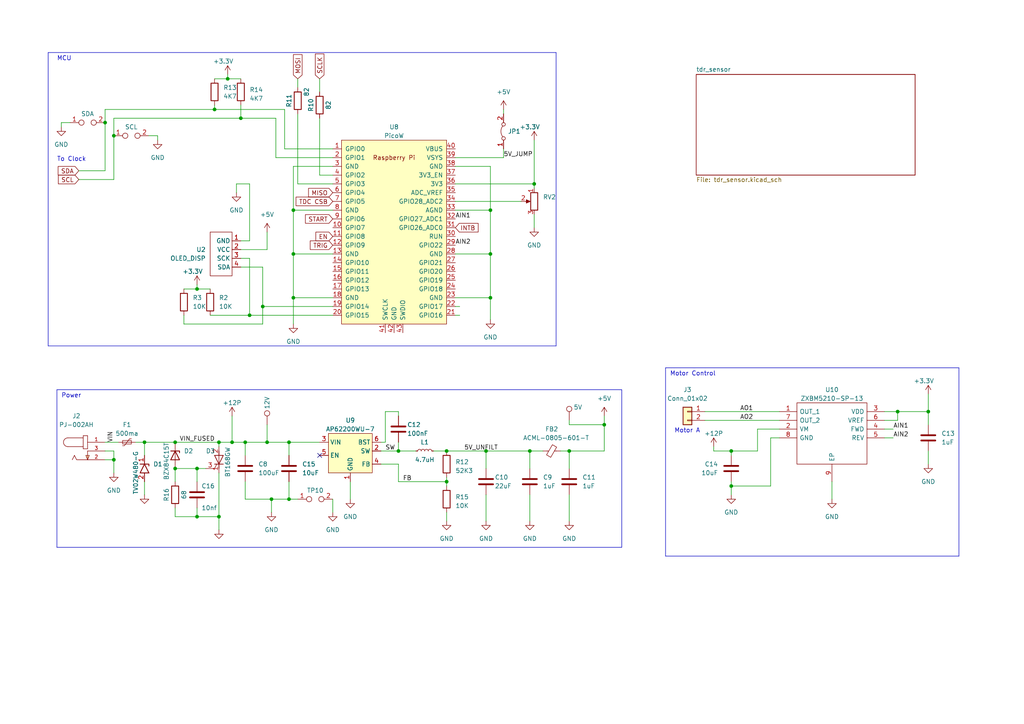
<source format=kicad_sch>
(kicad_sch (version 20230121) (generator eeschema)
  (paper "A4")
  (lib_symbols
    (symbol "Connector:TestPoint" (pin_numbers hide) (pin_names (offset 0.762) hide)
      (property "Reference" "TP" (at 0 6.858 0))
      (property "Value" "TestPoint" (at 0 5.08 0))
      (symbol "TestPoint_0_1"
        (circle (center 0 3.302) (radius 0.762))
      )
      (symbol "TestPoint_1_1"
        (pin passive line (at 0 0 90) (length 2.54) (name "1") (number "1"))
      )
    )
    (symbol "Connector:TestPoint_2Pole" (pin_names (offset 0.762) hide)
      (property "Reference" "TP" (at 0 1.524 0))
      (property "Value" "TestPoint_2Pole" (at 0 -1.778 0))
      (symbol "TestPoint_2Pole_0_1"
        (circle (center -1.778 0) (radius 0.762))
        (circle (center 1.778 0) (radius 0.762))
        (pin passive line (at -5.08 0 0) (length 2.54) (name "1") (number "1"))
        (pin passive line (at 5.08 0 180) (length 2.54) (name "2") (number "2"))
      )
    )
    (symbol "Connector_Generic:Conn_01x02" (pin_names (offset 1.016) hide)
      (property "Reference" "J" (at 0 2.54 0))
      (property "Value" "Conn_01x02" (at 0 -5.08 0))
      (symbol "Conn_01x02_1_1"
        (rectangle (start -1.27 -2.413) (end 0 -2.667) (stroke (width 0.1524)))
        (rectangle (start -1.27 0.127) (end 0 -0.127) (stroke (width 0.1524)))
        (rectangle (start -1.27 1.27) (end 1.27 -3.81) (stroke (width 0.254)) (fill (type background)))
        (pin passive line (at -5.08 0 0) (length 3.81) (name "Pin_1") (number "1"))
        (pin passive line (at -5.08 -2.54 0) (length 3.81) (name "Pin_2") (number "2"))
      )
    )
    (symbol "Device:C" (pin_numbers hide) (pin_names (offset 0.254))
      (property "Reference" "C" (at 0.635 2.54 0))
      (property "Value" "C" (at 0.635 -2.54 0))
      (symbol "C_0_1"
        (polyline (pts (xy -2.032 -0.762) (xy 2.032 -0.762)) (stroke (width 0.508)))
        (polyline (pts (xy -2.032 0.762) (xy 2.032 0.762)) (stroke (width 0.508)))
      )
      (symbol "C_1_1"
        (pin passive line (at 0 3.81 270) (length 2.794) (name "~") (number "1"))
        (pin passive line (at 0 -3.81 90) (length 2.794) (name "~") (number "2"))
      )
    )
    (symbol "Device:FerriteBead_Small" (pin_numbers hide) (pin_names (offset 0))
      (property "Reference" "FB" (at 1.905 1.27 0))
      (property "Value" "FerriteBead_Small" (at 1.905 -1.27 0))
      (symbol "FerriteBead_Small_0_1"
        (polyline (pts (xy 0 -1.27) (xy 0 -0.7874)))
        (polyline (pts (xy 0 0.889) (xy 0 1.2954)))
        (polyline (pts (xy -1.8288 0.2794) (xy -1.1176 1.4986) (xy 1.8288 -0.2032) (xy 1.1176 -1.4224) (xy -1.8288 0.2794)))
      )
      (symbol "FerriteBead_Small_1_1"
        (pin passive line (at 0 2.54 270) (length 1.27) (name "~") (number "1"))
        (pin passive line (at 0 -2.54 90) (length 1.27) (name "~") (number "2"))
      )
    )
    (symbol "Device:L_Small" (pin_numbers hide) (pin_names (offset 0.254) hide)
      (property "Reference" "L" (at 0.762 1.016 0))
      (property "Value" "L_Small" (at 0.762 -1.016 0))
      (symbol "L_Small_0_1"
        (arc (start 0 -2.032) (mid 0.5058 -1.524) (end 0 -1.016))
        (arc (start 0 -1.016) (mid 0.5058 -0.508) (end 0 0))
        (arc (start 0 0) (mid 0.5058 0.508) (end 0 1.016))
        (arc (start 0 1.016) (mid 0.5058 1.524) (end 0 2.032))
      )
      (symbol "L_Small_1_1"
        (pin passive line (at 0 2.54 270) (length 0.508) (name "~") (number "1"))
        (pin passive line (at 0 -2.54 90) (length 0.508) (name "~") (number "2"))
      )
    )
    (symbol "Device:Polyfuse_Small" (pin_numbers hide) (pin_names (offset 0))
      (property "Reference" "F" (at -1.905 0 90))
      (property "Value" "Polyfuse_Small" (at 1.905 0 90))
      (symbol "Polyfuse_Small_0_1"
        (rectangle (start -0.508 1.27) (end 0.508 -1.27))
        (polyline (pts (xy 0 2.54) (xy 0 -2.54)))
        (polyline (pts (xy -1.016 1.27) (xy -1.016 0.762) (xy 1.016 -0.762) (xy 1.016 -1.27)))
      )
      (symbol "Polyfuse_Small_1_1"
        (pin passive line (at 0 2.54 270) (length 0.635) (name "~") (number "1"))
        (pin passive line (at 0 -2.54 90) (length 0.635) (name "~") (number "2"))
      )
    )
    (symbol "Device:R" (pin_numbers hide) (pin_names (offset 0))
      (property "Reference" "R" (at 2.032 0 90))
      (property "Value" "R" (at 0 0 90))
      (symbol "R_0_1"
        (rectangle (start -1.016 -2.54) (end 1.016 2.54) (stroke (width 0.254)))
      )
      (symbol "R_1_1"
        (pin passive line (at 0 3.81 270) (length 1.27) (name "~") (number "1"))
        (pin passive line (at 0 -3.81 90) (length 1.27) (name "~") (number "2"))
      )
    )
    (symbol "Device:R_Potentiometer" (pin_names (offset 1.016) hide)
      (property "Reference" "RV" (at -4.445 0 90))
      (property "Value" "R_Potentiometer" (at -2.54 0 90))
      (symbol "R_Potentiometer_0_1"
        (polyline (pts (xy 2.54 0) (xy 1.524 0)))
        (polyline (pts (xy 1.143 0) (xy 2.286 0.508) (xy 2.286 -0.508) (xy 1.143 0)) (fill (type outline)))
        (rectangle (start 1.016 2.54) (end -1.016 -2.54) (stroke (width 0.254)))
      )
      (symbol "R_Potentiometer_1_1"
        (pin passive line (at 0 3.81 270) (length 1.27) (name "1") (number "1"))
        (pin passive line (at 3.81 0 180) (length 1.27) (name "2") (number "2"))
        (pin passive line (at 0 -3.81 90) (length 1.27) (name "3") (number "3"))
      )
    )
    (symbol "Diode:BZX84Cxx" (pin_numbers hide) (pin_names hide)
      (property "Reference" "D" (at 0 3.81 0))
      (property "Value" "BZX84Cxx" (at 0 -3.81 0))
      (symbol "BZX84Cxx_0_1"
        (polyline (pts (xy 1.27 0) (xy -1.27 0)))
        (polyline (pts (xy -1.27 -1.27) (xy -1.27 1.27) (xy -0.762 1.27)) (stroke (width 0.254)))
        (polyline (pts (xy 1.27 -1.27) (xy 1.27 1.27) (xy -1.27 0) (xy 1.27 -1.27)) (stroke (width 0.254)))
      )
      (symbol "BZX84Cxx_1_1"
        (pin passive line (at 3.81 0 180) (length 2.54) (name "A") (number "1"))
        (pin no_connect line (at 1.27 0 180) (length 2.54) hide (name "NC") (number "2"))
        (pin passive line (at -3.81 0 0) (length 2.54) (name "K") (number "3"))
      )
    )
    (symbol "Jumper:Jumper_2_Bridged" (pin_names (offset 0) hide)
      (property "Reference" "JP" (at 0 1.905 0))
      (property "Value" "Jumper_2_Bridged" (at 0 -2.54 0))
      (symbol "Jumper_2_Bridged_0_0"
        (circle (center -2.032 0) (radius 0.508))
        (circle (center 2.032 0) (radius 0.508))
      )
      (symbol "Jumper_2_Bridged_0_1"
        (arc (start 1.524 0.254) (mid 0 0.762) (end -1.524 0.254))
      )
      (symbol "Jumper_2_Bridged_1_1"
        (pin passive line (at -5.08 0 0) (length 2.54) (name "A") (number "1"))
        (pin passive line (at 5.08 0 180) (length 2.54) (name "B") (number "2"))
      )
    )
    (symbol "MySymbols:AP62200WU-7"
      (property "Reference" "U" (at 6.35 2.54 0))
      (property "Value" "AP62200WU-7" (at 6.35 0 0))
      (symbol "AP62200WU-7_0_1"
        (rectangle (start 0 -1.27) (end 12.7 -12.7) (fill (type background)))
      )
      (symbol "AP62200WU-7_1_1"
        (pin passive line (at 6.35 -15.24 90) (length 2.54) (name "GND") (number "1"))
        (pin passive line (at 15.24 -6.35 180) (length 2.54) (name "SW") (number "2"))
        (pin power_in line (at -2.54 -3.81 0) (length 2.54) (name "VIN") (number "3"))
        (pin passive line (at 15.24 -10.16 180) (length 2.54) (name "FB") (number "4"))
        (pin input line (at -2.54 -7.62 0) (length 2.54) (name "EN") (number "5"))
        (pin passive line (at 15.24 -3.81 180) (length 2.54) (name "BST") (number "6"))
      )
    )
    (symbol "MySymbols:BT168GW" (pin_names (offset 0) hide)
      (property "Reference" "D2" (at -3.81 2.54 0))
      (property "Value" "BT168GW" (at 2.54 -3.81 90))
      (symbol "BT168GW_0_1"
        (polyline (pts (xy -1.27 -2.54) (xy -0.635 -1.27)))
        (polyline (pts (xy -1.27 -1.27) (xy 1.27 -1.27)) (stroke (width 0.2032)))
        (polyline (pts (xy 0 -2.54) (xy 0 2.54)))
        (polyline (pts (xy -1.27 1.27) (xy 1.27 1.27) (xy 0 -1.27) (xy -1.27 1.27)) (stroke (width 0.2032)))
      )
      (symbol "BT168GW_1_1"
        (pin passive line (at 0 -3.81 90) (length 2.54) (name "K") (number "1"))
        (pin passive line (at 0 3.81 270) (length 2.54) (name "A") (number "2"))
        (pin input line (at -3.81 -2.54 0) (length 2.54) (name "G") (number "3"))
      )
    )
    (symbol "MySymbols:OLED_DISP"
      (property "Reference" "U" (at 5.08 11.43 0))
      (property "Value" "OLED_DISP" (at 5.08 -3.81 0))
      (symbol "OLED_DISP_0_1"
        (rectangle (start 2.54 10.16) (end 8.89 -2.54))
      )
      (symbol "OLED_DISP_1_1"
        (pin power_in line (at 0 7.62 0) (length 2.54) (name "GND") (number "1"))
        (pin power_in line (at 0 5.08 0) (length 2.54) (name "VCC") (number "2"))
        (pin input line (at 0 2.54 0) (length 2.54) (name "SCK") (number "3"))
        (pin bidirectional line (at 0 0 0) (length 2.54) (name "SDA") (number "4"))
      )
    )
    (symbol "MySymbols:PJ-002AH" (pin_names (offset 1.016) hide)
      (property "Reference" "J" (at -7.62 5.08 0))
      (property "Value" "PJ-002AH" (at -7.62 -5.08 0))
      (symbol "PJ-002AH_0_0"
        (arc (start -5.715 3.81) (mid -6.9795 2.54) (end -5.715 1.27) (stroke (width 0.1524)))
        (polyline (pts (xy -5.715 3.81) (xy -1.27 3.81)) (stroke (width 0.1524)))
        (polyline (pts (xy -3.81 -1.27) (xy -4.445 -2.54)) (stroke (width 0.1524)))
        (polyline (pts (xy -3.175 -2.54) (xy -3.81 -1.27)) (stroke (width 0.1524)))
        (polyline (pts (xy -1.27 0.635) (xy 0 0.635)) (stroke (width 0.1524)))
        (polyline (pts (xy -1.27 1.27) (xy -5.715 1.27)) (stroke (width 0.1524)))
        (polyline (pts (xy -1.27 1.27) (xy -1.27 0.635)) (stroke (width 0.1524)))
        (polyline (pts (xy -1.27 3.81) (xy -1.27 1.27)) (stroke (width 0.1524)))
        (polyline (pts (xy -1.27 4.445) (xy -1.27 3.81)) (stroke (width 0.1524)))
        (polyline (pts (xy 0 -2.54) (xy -3.175 -2.54)) (stroke (width 0.1524)))
        (polyline (pts (xy 0 0) (xy 0 -2.54)) (stroke (width 0.1524)))
        (polyline (pts (xy 0 0.635) (xy 0 4.445)) (stroke (width 0.1524)))
        (polyline (pts (xy 0 4.445) (xy -1.27 4.445)) (stroke (width 0.1524)))
        (polyline (pts (xy 0 -2.54) (xy -0.508 -1.27) (xy 0.508 -1.27) (xy 0 -2.54)) (stroke (width 0.1524)) (fill (type background)))
        (pin passive line (at 5.08 2.54 180) (length 5.08) (name "~") (number "1"))
        (pin passive line (at 5.08 -2.54 180) (length 5.08) (name "~") (number "2"))
        (pin passive line (at 5.08 0 180) (length 5.08) (name "~") (number "3"))
      )
    )
    (symbol "MySymbols:TV02W480-G"
      (property "Reference" "D" (at 3.81 2.54 0))
      (property "Value" "TV02W480-G" (at 2.54 -2.54 0))
      (symbol "TV02W480-G_0_1"
        (polyline (pts (xy 3.048 1.27) (xy 2.54 1.27) (xy 2.54 -1.27)) (stroke (width 0.254)))
        (polyline (pts (xy 5.08 1.27) (xy 5.08 -1.27) (xy 2.54 0) (xy 5.08 1.27)) (stroke (width 0.254)))
      )
      (symbol "TV02W480-G_1_1"
        (pin passive line (at 0 0 0) (length 2.54) (name "") (number "1"))
        (pin passive line (at 7.62 0 180) (length 2.54) (name "") (number "2"))
      )
    )
    (symbol "MySymbols:ZXBM5210-SP-13" (pin_names (offset 0.762))
      (property "Reference" "U" (at 26.67 7.62 0))
      (property "Value" "ZXBM5210-SP-13" (at 26.67 5.08 0))
      (symbol "ZXBM5210-SP-13_0_0"
        (pin passive line (at 0 0 0) (length 5.08) (name "OUT_1") (number "1"))
        (pin passive line (at 0 -5.08 0) (length 5.08) (name "VM") (number "2"))
        (pin passive line (at 30.48 0 180) (length 5.08) (name "VDD") (number "3"))
        (pin passive line (at 30.48 -5.08 180) (length 5.08) (name "FWD") (number "4"))
        (pin passive line (at 30.48 -7.62 180) (length 5.08) (name "REV") (number "5"))
        (pin passive line (at 30.48 -2.54 180) (length 5.08) (name "VREF") (number "6"))
        (pin passive line (at 0 -2.54 0) (length 5.08) (name "OUT_2") (number "7"))
        (pin passive line (at 0 -7.62 0) (length 5.08) (name "GND") (number "8"))
        (pin passive line (at 15.24 -20.32 90) (length 5.08) (name "EP") (number "9"))
      )
      (symbol "ZXBM5210-SP-13_0_1"
        (polyline (pts (xy 5.08 2.54) (xy 25.4 2.54) (xy 25.4 -15.24) (xy 5.08 -15.24) (xy 5.08 2.54)) (stroke (width 0.1524)))
      )
    )
    (symbol "RPi_Pico:PicoW" (pin_names (offset 1.016))
      (property "Reference" "U" (at -13.97 27.94 0))
      (property "Value" "PicoW" (at 0 19.05 0))
      (symbol "PicoW_0_0"
        (text "Raspberry Pi" (at 0 21.59 0) (effects (font (size 1.27 1.27))))
      )
      (symbol "PicoW_0_1"
        (rectangle (start -15.24 26.67) (end 15.24 -26.67) (fill (type background)))
      )
      (symbol "PicoW_1_1"
        (pin bidirectional line (at -17.78 24.13 0) (length 2.54) (name "GPIO0") (number "1"))
        (pin bidirectional line (at -17.78 1.27 0) (length 2.54) (name "GPIO7") (number "10"))
        (pin bidirectional line (at -17.78 -1.27 0) (length 2.54) (name "GPIO8") (number "11"))
        (pin bidirectional line (at -17.78 -3.81 0) (length 2.54) (name "GPIO9") (number "12"))
        (pin power_in line (at -17.78 -6.35 0) (length 2.54) (name "GND") (number "13"))
        (pin bidirectional line (at -17.78 -8.89 0) (length 2.54) (name "GPIO10") (number "14"))
        (pin bidirectional line (at -17.78 -11.43 0) (length 2.54) (name "GPIO11") (number "15"))
        (pin bidirectional line (at -17.78 -13.97 0) (length 2.54) (name "GPIO12") (number "16"))
        (pin bidirectional line (at -17.78 -16.51 0) (length 2.54) (name "GPIO13") (number "17"))
        (pin power_in line (at -17.78 -19.05 0) (length 2.54) (name "GND") (number "18"))
        (pin bidirectional line (at -17.78 -21.59 0) (length 2.54) (name "GPIO14") (number "19"))
        (pin bidirectional line (at -17.78 21.59 0) (length 2.54) (name "GPIO1") (number "2"))
        (pin bidirectional line (at -17.78 -24.13 0) (length 2.54) (name "GPIO15") (number "20"))
        (pin bidirectional line (at 17.78 -24.13 180) (length 2.54) (name "GPIO16") (number "21"))
        (pin bidirectional line (at 17.78 -21.59 180) (length 2.54) (name "GPIO17") (number "22"))
        (pin power_in line (at 17.78 -19.05 180) (length 2.54) (name "GND") (number "23"))
        (pin bidirectional line (at 17.78 -16.51 180) (length 2.54) (name "GPIO18") (number "24"))
        (pin bidirectional line (at 17.78 -13.97 180) (length 2.54) (name "GPIO19") (number "25"))
        (pin bidirectional line (at 17.78 -11.43 180) (length 2.54) (name "GPIO20") (number "26"))
        (pin bidirectional line (at 17.78 -8.89 180) (length 2.54) (name "GPIO21") (number "27"))
        (pin power_in line (at 17.78 -6.35 180) (length 2.54) (name "GND") (number "28"))
        (pin bidirectional line (at 17.78 -3.81 180) (length 2.54) (name "GPIO22") (number "29"))
        (pin power_in line (at -17.78 19.05 0) (length 2.54) (name "GND") (number "3"))
        (pin input line (at 17.78 -1.27 180) (length 2.54) (name "RUN") (number "30"))
        (pin bidirectional line (at 17.78 1.27 180) (length 2.54) (name "GPIO26_ADC0") (number "31"))
        (pin bidirectional line (at 17.78 3.81 180) (length 2.54) (name "GPIO27_ADC1") (number "32"))
        (pin power_in line (at 17.78 6.35 180) (length 2.54) (name "AGND") (number "33"))
        (pin bidirectional line (at 17.78 8.89 180) (length 2.54) (name "GPIO28_ADC2") (number "34"))
        (pin unspecified line (at 17.78 11.43 180) (length 2.54) (name "ADC_VREF") (number "35"))
        (pin unspecified line (at 17.78 13.97 180) (length 2.54) (name "3V3") (number "36"))
        (pin input line (at 17.78 16.51 180) (length 2.54) (name "3V3_EN") (number "37"))
        (pin bidirectional line (at 17.78 19.05 180) (length 2.54) (name "GND") (number "38"))
        (pin unspecified line (at 17.78 21.59 180) (length 2.54) (name "VSYS") (number "39"))
        (pin bidirectional line (at -17.78 16.51 0) (length 2.54) (name "GPIO2") (number "4"))
        (pin unspecified line (at 17.78 24.13 180) (length 2.54) (name "VBUS") (number "40"))
        (pin input line (at -2.54 -29.21 90) (length 2.54) (name "SWCLK") (number "41"))
        (pin power_in line (at 0 -29.21 90) (length 2.54) (name "GND") (number "42"))
        (pin bidirectional line (at 2.54 -29.21 90) (length 2.54) (name "SWDIO") (number "43"))
        (pin bidirectional line (at -17.78 13.97 0) (length 2.54) (name "GPIO3") (number "5"))
        (pin bidirectional line (at -17.78 11.43 0) (length 2.54) (name "GPIO4") (number "6"))
        (pin bidirectional line (at -17.78 8.89 0) (length 2.54) (name "GPIO5") (number "7"))
        (pin power_in line (at -17.78 6.35 0) (length 2.54) (name "GND") (number "8"))
        (pin bidirectional line (at -17.78 3.81 0) (length 2.54) (name "GPIO6") (number "9"))
      )
    )
    (symbol "power:+12P" (power) (pin_names (offset 0))
      (property "Value" "+12P" (at 0 3.556 0))
      (symbol "+12P_0_1"
        (polyline (pts (xy -0.762 1.27) (xy 0 2.54)))
        (polyline (pts (xy 0 0) (xy 0 2.54)))
        (polyline (pts (xy 0 2.54) (xy 0.762 1.27)))
      )
      (symbol "+12P_1_1"
        (pin power_in line (at 0 0 90) (length 0) hide (name "+12P") (number "1"))
      )
    )
    (symbol "power:+3.3V" (power) (pin_names (offset 0))
      (property "Value" "+3.3V" (at 0 3.556 0))
      (symbol "+3.3V_0_1"
        (polyline (pts (xy -0.762 1.27) (xy 0 2.54)))
        (polyline (pts (xy 0 0) (xy 0 2.54)))
        (polyline (pts (xy 0 2.54) (xy 0.762 1.27)))
      )
      (symbol "+3.3V_1_1"
        (pin power_in line (at 0 0 90) (length 0) hide (name "+3.3V") (number "1"))
      )
    )
    (symbol "power:+5V" (power) (pin_names (offset 0))
      (property "Value" "+5V" (at 0 3.556 0))
      (symbol "+5V_0_1"
        (polyline (pts (xy -0.762 1.27) (xy 0 2.54)))
        (polyline (pts (xy 0 0) (xy 0 2.54)))
        (polyline (pts (xy 0 2.54) (xy 0.762 1.27)))
      )
      (symbol "+5V_1_1"
        (pin power_in line (at 0 0 90) (length 0) hide (name "+5V") (number "1"))
      )
    )
    (symbol "power:GND" (power) (pin_names (offset 0))
      (property "Value" "GND" (at 0 -3.81 0))
      (symbol "GND_0_1"
        (polyline (pts (xy 0 0) (xy 0 -1.27) (xy 1.27 -1.27) (xy 0 -2.54) (xy -1.27 -1.27) (xy 0 -1.27)))
      )
      (symbol "GND_1_1"
        (pin power_in line (at 0 0 270) (length 0) hide (name "GND") (number "1"))
      )
    )
  )
  (junction (at 57.15 149.86))
  (junction (at 83.82 128.27))
  (junction (at 57.15 83.82))
  (junction (at 142.24 86.36))
  (junction (at 77.47 128.27))
  (junction (at 76.2 88.9))
  (junction (at 212.09 140.97))
  (junction (at 41.91 128.27))
  (junction (at 71.12 128.27))
  (junction (at 212.09 130.81))
  (junction (at 63.5 149.86))
  (junction (at 33.02 133.35))
  (junction (at 269.24 119.38))
  (junction (at 50.8 135.89))
  (junction (at 72.39 91.44))
  (junction (at 78.74 144.78))
  (junction (at 129.54 130.81))
  (junction (at 57.15 135.89))
  (junction (at 165.1 130.81))
  (junction (at 33.02 39.37))
  (junction (at 154.94 53.34))
  (junction (at 69.85 34.29))
  (junction (at 85.09 60.96))
  (junction (at 50.8 128.27))
  (junction (at 153.67 130.81))
  (junction (at 140.97 130.81))
  (junction (at 115.57 130.81))
  (junction (at 85.09 86.36))
  (junction (at 63.5 128.27))
  (junction (at 129.54 139.7))
  (junction (at 85.09 73.66))
  (junction (at 142.24 60.96))
  (junction (at 260.35 119.38))
  (junction (at 175.26 123.19))
  (junction (at 66.04 22.86))
  (junction (at 83.82 144.78))
  (junction (at 142.24 73.66))
  (junction (at 30.48 35.56))
  (junction (at 62.23 31.75))
  (junction (at 67.31 128.27))
  (no_connect (at 92.71 132.08))
  (wire (pts (xy 50.8 135.89) (xy 57.15 135.89)))
  (wire (pts (xy 146.05 31.75) (xy 146.05 33.02)))
  (wire (pts (xy 142.24 73.66) (xy 142.24 86.36)))
  (polyline (pts (xy 193.04 106.68) (xy 193.04 161.29)))
  (wire (pts (xy 226.06 127) (xy 223.52 127)))
  (wire (pts (xy 50.8 139.7) (xy 50.8 135.89)))
  (wire (pts (xy 53.34 93.98) (xy 76.2 93.98)))
  (wire (pts (xy 256.54 121.92) (xy 260.35 121.92)))
  (wire (pts (xy 96.52 43.18) (xy 82.55 43.18)))
  (wire (pts (xy 115.57 128.27) (xy 115.57 130.81)))
  (wire (pts (xy 92.71 22.86) (xy 92.71 26.67)))
  (wire (pts (xy 204.47 119.38) (xy 226.06 119.38)))
  (wire (pts (xy 80.01 45.72) (xy 80.01 34.29)))
  (wire (pts (xy 129.54 138.43) (xy 129.54 139.7)))
  (wire (pts (xy 53.34 91.44) (xy 53.34 93.98)))
  (wire (pts (xy 219.71 124.46) (xy 219.71 130.81)))
  (wire (pts (xy 62.23 22.86) (xy 66.04 22.86)))
  (wire (pts (xy 132.08 58.42) (xy 151.13 58.42)))
  (wire (pts (xy 86.36 33.02) (xy 86.36 53.34)))
  (wire (pts (xy 142.24 48.26) (xy 142.24 60.96)))
  (polyline (pts (xy 278.13 161.29) (xy 278.13 106.68)))
  (wire (pts (xy 22.86 52.07) (xy 33.02 52.07)))
  (wire (pts (xy 115.57 130.81) (xy 120.65 130.81)))
  (wire (pts (xy 82.55 43.18) (xy 82.55 31.75)))
  (wire (pts (xy 223.52 127) (xy 223.52 140.97)))
  (wire (pts (xy 165.1 130.81) (xy 175.26 130.81)))
  (wire (pts (xy 72.39 69.85) (xy 69.85 69.85)))
  (wire (pts (xy 125.73 130.81) (xy 129.54 130.81)))
  (wire (pts (xy 175.26 123.19) (xy 175.26 130.81)))
  (wire (pts (xy 69.85 72.39) (xy 77.47 72.39)))
  (wire (pts (xy 30.48 31.75) (xy 30.48 35.56)))
  (wire (pts (xy 86.36 22.86) (xy 86.36 25.4)))
  (wire (pts (xy 153.67 130.81) (xy 153.67 135.89)))
  (polyline (pts (xy 13.97 15.24) (xy 13.97 100.33)))
  (wire (pts (xy 20.32 35.56) (xy 17.78 35.56)))
  (wire (pts (xy 153.67 143.51) (xy 153.67 151.13)))
  (wire (pts (xy 110.49 134.62) (xy 115.57 134.62)))
  (wire (pts (xy 96.52 48.26) (xy 85.09 48.26)))
  (wire (pts (xy 63.5 137.16) (xy 63.5 149.86)))
  (wire (pts (xy 132.08 86.36) (xy 142.24 86.36)))
  (wire (pts (xy 226.06 124.46) (xy 219.71 124.46)))
  (wire (pts (xy 63.5 128.27) (xy 67.31 128.27)))
  (wire (pts (xy 154.94 53.34) (xy 154.94 54.61)))
  (wire (pts (xy 212.09 130.81) (xy 219.71 130.81)))
  (wire (pts (xy 33.02 133.35) (xy 33.02 130.81)))
  (wire (pts (xy 129.54 148.59) (xy 129.54 151.13)))
  (wire (pts (xy 269.24 114.3) (xy 269.24 119.38)))
  (wire (pts (xy 50.8 149.86) (xy 57.15 149.86)))
  (wire (pts (xy 76.2 88.9) (xy 76.2 77.47)))
  (wire (pts (xy 162.56 130.81) (xy 165.1 130.81)))
  (wire (pts (xy 132.08 48.26) (xy 142.24 48.26)))
  (wire (pts (xy 41.91 128.27) (xy 39.37 128.27)))
  (wire (pts (xy 69.85 77.47) (xy 76.2 77.47)))
  (wire (pts (xy 132.08 73.66) (xy 142.24 73.66)))
  (wire (pts (xy 165.1 130.81) (xy 165.1 135.89)))
  (wire (pts (xy 212.09 130.81) (xy 207.01 130.81)))
  (wire (pts (xy 41.91 139.7) (xy 41.91 143.51)))
  (wire (pts (xy 85.09 48.26) (xy 85.09 60.96)))
  (wire (pts (xy 50.8 128.27) (xy 63.5 128.27)))
  (wire (pts (xy 30.48 133.35) (xy 33.02 133.35)))
  (wire (pts (xy 66.04 22.86) (xy 66.04 21.59)))
  (wire (pts (xy 71.12 128.27) (xy 77.47 128.27)))
  (wire (pts (xy 60.96 91.44) (xy 72.39 91.44)))
  (wire (pts (xy 57.15 135.89) (xy 59.69 135.89)))
  (wire (pts (xy 223.52 140.97) (xy 212.09 140.97)))
  (wire (pts (xy 154.94 62.23) (xy 154.94 66.04)))
  (wire (pts (xy 85.09 73.66) (xy 96.52 73.66)))
  (wire (pts (xy 33.02 34.29) (xy 33.02 39.37)))
  (wire (pts (xy 212.09 139.7) (xy 212.09 140.97)))
  (wire (pts (xy 83.82 128.27) (xy 83.82 132.08)))
  (wire (pts (xy 259.08 124.46) (xy 256.54 124.46)))
  (wire (pts (xy 62.23 30.48) (xy 62.23 31.75)))
  (wire (pts (xy 132.08 45.72) (xy 146.05 45.72)))
  (wire (pts (xy 17.78 35.56) (xy 17.78 36.83)))
  (wire (pts (xy 41.91 128.27) (xy 41.91 132.08)))
  (wire (pts (xy 63.5 149.86) (xy 63.5 153.67)))
  (wire (pts (xy 142.24 86.36) (xy 142.24 92.71)))
  (wire (pts (xy 33.02 39.37) (xy 33.02 52.07)))
  (polyline (pts (xy 161.29 100.33) (xy 161.29 15.24)))
  (polyline (pts (xy 16.51 113.03) (xy 180.34 113.03)))
  (wire (pts (xy 33.02 137.16) (xy 33.02 133.35)))
  (wire (pts (xy 212.09 140.97) (xy 212.09 143.51)))
  (wire (pts (xy 85.09 60.96) (xy 85.09 73.66)))
  (wire (pts (xy 111.76 128.27) (xy 111.76 119.38)))
  (wire (pts (xy 50.8 128.27) (xy 41.91 128.27)))
  (wire (pts (xy 30.48 128.27) (xy 34.29 128.27)))
  (wire (pts (xy 33.02 130.81) (xy 30.48 130.81)))
  (wire (pts (xy 140.97 135.89) (xy 140.97 130.81)))
  (wire (pts (xy 76.2 88.9) (xy 96.52 88.9)))
  (wire (pts (xy 57.15 139.7) (xy 57.15 135.89)))
  (wire (pts (xy 154.94 53.34) (xy 154.94 40.64)))
  (wire (pts (xy 45.72 39.37) (xy 45.72 40.64)))
  (wire (pts (xy 146.05 43.18) (xy 146.05 45.72)))
  (polyline (pts (xy 180.34 113.03) (xy 180.34 158.75)))
  (wire (pts (xy 33.02 34.29) (xy 69.85 34.29)))
  (wire (pts (xy 83.82 139.7) (xy 83.82 144.78)))
  (wire (pts (xy 72.39 74.93) (xy 69.85 74.93)))
  (wire (pts (xy 140.97 130.81) (xy 153.67 130.81)))
  (wire (pts (xy 71.12 144.78) (xy 78.74 144.78)))
  (wire (pts (xy 43.18 39.37) (xy 45.72 39.37)))
  (wire (pts (xy 153.67 130.81) (xy 157.48 130.81)))
  (wire (pts (xy 69.85 30.48) (xy 69.85 34.29)))
  (wire (pts (xy 71.12 139.7) (xy 71.12 144.78)))
  (wire (pts (xy 67.31 120.65) (xy 67.31 128.27)))
  (wire (pts (xy 129.54 139.7) (xy 129.54 140.97)))
  (wire (pts (xy 76.2 93.98) (xy 76.2 88.9)))
  (wire (pts (xy 30.48 31.75) (xy 62.23 31.75)))
  (wire (pts (xy 115.57 139.7) (xy 129.54 139.7)))
  (polyline (pts (xy 193.04 161.29) (xy 278.13 161.29)))
  (wire (pts (xy 68.58 53.34) (xy 72.39 53.34)))
  (wire (pts (xy 92.71 34.29) (xy 92.71 50.8)))
  (wire (pts (xy 72.39 53.34) (xy 72.39 69.85)))
  (wire (pts (xy 140.97 143.51) (xy 140.97 151.13)))
  (wire (pts (xy 85.09 86.36) (xy 85.09 93.98)))
  (wire (pts (xy 30.48 35.56) (xy 30.48 49.53)))
  (wire (pts (xy 77.47 123.19) (xy 77.47 128.27)))
  (wire (pts (xy 85.09 60.96) (xy 96.52 60.96)))
  (wire (pts (xy 132.08 60.96) (xy 142.24 60.96)))
  (wire (pts (xy 132.08 53.34) (xy 154.94 53.34)))
  (polyline (pts (xy 180.34 158.75) (xy 16.51 158.75)))
  (wire (pts (xy 269.24 130.81) (xy 269.24 134.62)))
  (wire (pts (xy 269.24 119.38) (xy 269.24 123.19)))
  (wire (pts (xy 57.15 147.32) (xy 57.15 149.86)))
  (wire (pts (xy 62.23 31.75) (xy 82.55 31.75)))
  (wire (pts (xy 165.1 123.19) (xy 175.26 123.19)))
  (wire (pts (xy 241.3 139.7) (xy 241.3 144.78)))
  (wire (pts (xy 86.36 53.34) (xy 96.52 53.34)))
  (polyline (pts (xy 13.97 15.24) (xy 161.29 15.24)))
  (wire (pts (xy 78.74 144.78) (xy 78.74 148.59)))
  (wire (pts (xy 30.48 49.53) (xy 22.86 49.53)))
  (wire (pts (xy 260.35 121.92) (xy 260.35 119.38)))
  (wire (pts (xy 66.04 22.86) (xy 69.85 22.86)))
  (wire (pts (xy 92.71 50.8) (xy 96.52 50.8)))
  (wire (pts (xy 50.8 147.32) (xy 50.8 149.86)))
  (wire (pts (xy 71.12 128.27) (xy 71.12 132.08)))
  (wire (pts (xy 85.09 73.66) (xy 85.09 86.36)))
  (wire (pts (xy 259.08 127) (xy 256.54 127)))
  (wire (pts (xy 67.31 128.27) (xy 71.12 128.27)))
  (wire (pts (xy 101.6 139.7) (xy 101.6 144.78)))
  (wire (pts (xy 77.47 72.39) (xy 77.47 67.31)))
  (wire (pts (xy 77.47 128.27) (xy 83.82 128.27)))
  (wire (pts (xy 175.26 120.65) (xy 175.26 123.19)))
  (wire (pts (xy 68.58 55.88) (xy 68.58 53.34)))
  (wire (pts (xy 86.36 144.78) (xy 83.82 144.78)))
  (wire (pts (xy 85.09 86.36) (xy 96.52 86.36)))
  (wire (pts (xy 165.1 121.92) (xy 165.1 123.19)))
  (wire (pts (xy 204.47 121.92) (xy 226.06 121.92)))
  (wire (pts (xy 256.54 119.38) (xy 260.35 119.38)))
  (wire (pts (xy 72.39 91.44) (xy 96.52 91.44)))
  (wire (pts (xy 142.24 60.96) (xy 142.24 73.66)))
  (wire (pts (xy 133.35 88.9) (xy 132.08 88.9)))
  (wire (pts (xy 111.76 119.38) (xy 115.57 119.38)))
  (wire (pts (xy 53.34 83.82) (xy 57.15 83.82)))
  (wire (pts (xy 96.52 45.72) (xy 80.01 45.72)))
  (wire (pts (xy 72.39 74.93) (xy 72.39 91.44)))
  (wire (pts (xy 207.01 130.81) (xy 207.01 129.54)))
  (polyline (pts (xy 193.04 106.68) (xy 278.13 106.68)))
  (wire (pts (xy 110.49 130.81) (xy 115.57 130.81)))
  (wire (pts (xy 57.15 83.82) (xy 57.15 82.55)))
  (wire (pts (xy 96.52 148.59) (xy 96.52 144.78)))
  (wire (pts (xy 57.15 83.82) (xy 60.96 83.82)))
  (wire (pts (xy 83.82 144.78) (xy 78.74 144.78)))
  (wire (pts (xy 129.54 130.81) (xy 140.97 130.81)))
  (wire (pts (xy 133.35 91.44) (xy 132.08 91.44)))
  (wire (pts (xy 115.57 134.62) (xy 115.57 139.7)))
  (wire (pts (xy 165.1 143.51) (xy 165.1 151.13)))
  (wire (pts (xy 260.35 119.38) (xy 269.24 119.38)))
  (polyline (pts (xy 16.51 113.03) (xy 16.51 158.75)))
  (wire (pts (xy 80.01 34.29) (xy 69.85 34.29)))
  (wire (pts (xy 83.82 128.27) (xy 92.71 128.27)))
  (wire (pts (xy 57.15 149.86) (xy 63.5 149.86)))
  (wire (pts (xy 110.49 128.27) (xy 111.76 128.27)))
  (wire (pts (xy 212.09 130.81) (xy 212.09 132.08)))
  (polyline (pts (xy 13.97 100.33) (xy 161.29 100.33)))
  (wire (pts (xy 63.5 128.27) (xy 63.5 129.54)))
  (wire (pts (xy 115.57 119.38) (xy 115.57 120.65)))
  (text "Power" (at 17.78 115.57 0) (effects (font (size 1.27 1.27)) (justify left bottom)))
  (text "To Clock" (at 16.51 46.99 0) (effects (font (size 1.27 1.27)) (justify left bottom)))
  (text "Motor A" (at 195.58 125.73 0) (effects (font (size 1.27 1.27)) (justify left bottom)))
  (text "Motor Control" (at 194.31 109.22 0) (effects (font (size 1.27 1.27)) (justify left bottom)))
  (text "MCU" (at 16.51 17.78 0) (effects (font (size 1.27 1.27)) (justify left bottom)))
  (label "VIN" (at 33.02 128.27 90))
  (label "5V_JUMP" (at 146.05 45.72 0))
  (label "AIN2" (at 132.08 71.12 0))
  (label "5V_UNFILT" (at 134.62 130.81 0))
  (label "SW" (at 111.76 130.81 0))
  (label "AIN2" (at 259.08 127 0))
  (label "AO1" (at 214.63 119.38 0))
  (label "AIN1" (at 259.08 124.46 0))
  (label "VIN_FUSED" (at 52.07 128.27 0))
  (label "FB" (at 116.84 139.7 0))
  (label "AIN1" (at 132.08 63.5 0))
  (label "AO2" (at 214.63 121.92 0))
  (global_label "TRIG" (shape input) (at 96.52 71.12 180) (property "Intersheetrefs" "${INTERSHEET_REFS}" (effects hide)))
  (global_label "TDC CSB" (shape input) (at 96.52 58.42 180) (property "Intersheetrefs" "${INTERSHEET_REFS}" (effects hide)))
  (global_label "MOSI" (shape input) (at 86.36 22.86 90) (property "Intersheetrefs" "${INTERSHEET_REFS}" (effects hide)))
  (global_label "SDA" (shape input) (at 22.86 49.53 180) (property "Intersheetrefs" "${INTERSHEET_REFS}" (effects hide)))
  (global_label "INTB" (shape input) (at 132.08 66.04 0) (property "Intersheetrefs" "${INTERSHEET_REFS}" (effects hide)))
  (global_label "START" (shape input) (at 96.52 63.5 180) (property "Intersheetrefs" "${INTERSHEET_REFS}" (effects hide)))
  (global_label "SCLK" (shape input) (at 92.71 22.86 90) (property "Intersheetrefs" "${INTERSHEET_REFS}" (effects hide)))
  (global_label "SCL" (shape input) (at 22.86 52.07 180) (property "Intersheetrefs" "${INTERSHEET_REFS}" (effects hide)))
  (global_label "EN" (shape input) (at 96.52 68.58 180) (property "Intersheetrefs" "${INTERSHEET_REFS}" (effects hide)))
  (global_label "MISO" (shape input) (at 96.52 55.88 180) (property "Intersheetrefs" "${INTERSHEET_REFS}" (effects hide)))
  (symbol (lib_id "Device:R") (at 69.85 26.67 0) (unit 1)
    (property "Reference" "R14" (at 72.39 26.035 0) (effects (justify left)))
    (property "Value" "4K7" (at 72.39 28.575 0) (effects (justify left)))
    (property "Footprint" "Resistor_SMD:R_0805_2012Metric_Pad1.20x1.40mm_HandSolder" (effects hide))
  )
  (symbol (lib_id "Device:C") (at 57.15 143.51 0) (unit 1)
    (property "Reference" "C16" (at 58.42 140.97 0) (effects (justify left)))
    (property "Value" "10nf" (at 58.42 147.32 0) (effects (justify left)))
    (property "Footprint" "Capacitor_SMD:C_0805_2012Metric" (effects hide))
  )
  (symbol (lib_id "power:GND") (at 78.74 148.59 0) (unit 1)
    (property "Reference" "#PWR047" (effects hide))
    (property "Value" "GND" (at 78.74 153.67 0))
  )
  (symbol (lib_id "power:+3.3V") (at 57.15 82.55 0) (unit 1)
    (property "Reference" "#PWR035" (effects hide))
    (property "Value" "+3.3V" (at 55.88 78.74 0))
  )
  (symbol (lib_id "power:GND") (at 129.54 151.13 0) (unit 1)
    (property "Reference" "#PWR049" (effects hide))
    (property "Value" "GND" (at 129.54 156.21 0))
  )
  (symbol (lib_id "power:GND") (at 41.91 143.51 0) (unit 1)
    (property "Reference" "#PWR07" (effects hide))
    (property "Value" "GND" (effects hide))
  )
  (symbol (lib_id "power:+3.3V") (at 154.94 40.64 0) (unit 1)
    (property "Reference" "#PWR042" (effects hide))
    (property "Value" "+3.3V" (at 153.67 36.83 0))
  )
  (symbol (lib_id "Device:R") (at 62.23 26.67 0) (unit 1)
    (property "Reference" "R13" (at 64.77 25.3999 0) (effects (justify left)))
    (property "Value" "4K7" (at 64.77 27.9399 0) (effects (justify left)))
    (property "Footprint" "Resistor_SMD:R_0805_2012Metric_Pad1.20x1.40mm_HandSolder" (effects hide))
  )
  (symbol (lib_id "Device:C") (at 153.67 139.7 180) (unit 1)
    (property "Reference" "C9" (at 157.48 138.43 0) (effects (justify right)))
    (property "Value" "1uF" (at 157.48 140.97 0) (effects (justify right)))
    (property "Footprint" "Capacitor_SMD:C_0805_2012Metric_Pad1.18x1.45mm_HandSolder" (effects hide))
  )
  (symbol (lib_id "Device:C") (at 212.09 135.89 0) (mirror x) (unit 1)
    (property "Reference" "C14" (at 208.28 134.62 0) (effects (justify right)))
    (property "Value" "10uF" (at 208.28 137.16 0) (effects (justify right)))
    (property "Footprint" "Capacitor_SMD:C_0805_2012Metric_Pad1.18x1.45mm_HandSolder" (effects hide))
  )
  (symbol (lib_id "Device:R") (at 86.36 29.21 180) (unit 1)
    (property "Reference" "R11" (at 83.82 29.21 90))
    (property "Value" "82" (at 88.9 26.67 90))
    (property "Footprint" "Resistor_SMD:R_0805_2012Metric_Pad1.20x1.40mm_HandSolder" (effects hide))
  )
  (symbol (lib_id "Connector:TestPoint_2Pole") (at 91.44 144.78 0) (unit 1)
    (property "Reference" "TP10" (at 91.44 142.24 0))
    (property "Value" "TestPoint_2Pole" (effects hide))
    (property "Footprint" "TestPoint:TestPoint_2Pads_Pitch5.08mm_Drill1.3mm" (effects hide))
  )
  (symbol (lib_id "power:GND") (at 33.02 137.16 0) (unit 1)
    (property "Reference" "#PWR030" (effects hide))
    (property "Value" "GND" (at 33.02 142.24 0))
  )
  (symbol (lib_id "power:+5V") (at 175.26 120.65 0) (unit 1)
    (property "Reference" "#PWR048" (effects hide))
    (property "Value" "+5V" (at 175.26 115.57 0))
  )
  (symbol (lib_id "MySymbols:BT168GW") (at 63.5 133.35 0) (unit 1)
    (property "Reference" "D3" (at 59.69 130.81 0) (effects (justify left)))
    (property "Value" "BT168GW" (at 66.04 138.43 90) (effects (justify left)))
    (property "Footprint" "Package_TO_SOT_SMD:SOT-223" (effects hide))
    (property "Datasheet" "https://www.ween-semi.com/sites/default/files/2018-10/bt168gw.pdf" (effects hide))
    (property "Description" "72 - SCR 600 V 1 A Sensitive Gate Surface Mount SC-73" (effects hide))
  )
  (symbol (lib_id "power:GND") (at 140.97 151.13 0) (unit 1)
    (property "Reference" "#PWR050" (effects hide))
    (property "Value" "GND" (at 140.97 156.21 0))
  )
  (symbol (lib_id "power:GND") (at 212.09 143.51 0) (mirror y) (unit 1)
    (property "Reference" "#PWR04" (effects hide))
    (property "Value" "GND" (at 212.09 148.59 0))
  )
  (symbol (lib_id "Diode:BZX84Cxx") (at 50.8 132.08 270) (unit 1)
    (property "Reference" "D2" (at 53.34 130.8099 90) (effects (justify left)))
    (property "Value" "BZX84C15T" (at 48.26 128.27 0) (effects (justify left)))
    (property "Footprint" "Package_TO_SOT_SMD:SOT-23" (effects hide))
    (property "Datasheet" "https://diotec.com/tl_files/diotec/files/pdf/datasheets/bzx84c2v4.pdf" (effects hide))
  )
  (symbol (lib_id "Connector_Generic:Conn_01x02") (at 199.39 119.38 0) (mirror y) (unit 1)
    (property "Reference" "J3" (at 199.39 113.03 0))
    (property "Value" "Conn_01x02" (at 199.39 115.57 0))
    (property "Footprint" "Library:CONN 1x2 5mm" (effects hide))
  )
  (symbol (lib_id "power:+5V") (at 146.05 31.75 0) (unit 1)
    (property "Reference" "#PWR041" (effects hide))
    (property "Value" "+5V" (at 146.05 26.67 0))
  )
  (symbol (lib_id "power:GND") (at 241.3 144.78 0) (unit 1)
    (property "Reference" "#PWR05" (effects hide))
    (property "Value" "GND" (at 241.3 149.86 0))
  )
  (symbol (lib_id "power:GND") (at 68.58 55.88 0) (mirror y) (unit 1)
    (property "Reference" "#PWR037" (effects hide))
    (property "Value" "GND" (at 68.58 60.96 0))
  )
  (symbol (lib_id "Device:C") (at 140.97 139.7 180) (unit 1)
    (property "Reference" "C10" (at 143.51 138.43 0) (effects (justify right)))
    (property "Value" "22uF" (at 143.51 140.97 0) (effects (justify right)))
    (property "Footprint" "Capacitor_SMD:C_0805_2012Metric_Pad1.18x1.45mm_HandSolder" (effects hide))
  )
  (symbol (lib_id "Device:R_Potentiometer") (at 154.94 58.42 0) (mirror y) (unit 1)
    (property "Reference" "RV2" (at 157.48 57.1499 0) (effects (justify right)))
    (property "Value" "R_Potentiometer" (effects hide))
    (property "Footprint" "Potentiometer_THT:Potentiometer_Bourns_3266Y_Vertical" (effects hide))
  )
  (symbol (lib_id "power:GND") (at 45.72 40.64 0) (unit 1)
    (property "Reference" "#PWR034" (effects hide))
    (property "Value" "GND" (at 45.72 45.72 0))
  )
  (symbol (lib_id "power:+3.3V") (at 269.24 114.3 0) (unit 1)
    (property "Reference" "#PWR011" (effects hide))
    (property "Value" "+3.3V" (at 267.97 110.49 0))
  )
  (symbol (lib_id "Device:R") (at 129.54 134.62 0) (unit 1)
    (property "Reference" "R12" (at 132.08 133.985 0) (effects (justify left)))
    (property "Value" "52K3" (at 132.08 136.525 0) (effects (justify left)))
    (property "Footprint" "Resistor_SMD:R_0805_2012Metric_Pad1.20x1.40mm_HandSolder" (effects hide))
  )
  (symbol (lib_id "power:+5V") (at 77.47 67.31 0) (mirror y) (unit 1)
    (property "Reference" "#PWR038" (effects hide))
    (property "Value" "+5V" (at 77.47 62.23 0))
  )
  (symbol (lib_id "power:GND") (at 96.52 148.59 0) (unit 1)
    (property "Reference" "#PWR055" (effects hide))
    (property "Value" "GND" (at 96.52 153.67 0))
  )
  (symbol (lib_id "Device:R") (at 129.54 144.78 0) (unit 1)
    (property "Reference" "R15" (at 132.08 144.145 0) (effects (justify left)))
    (property "Value" "10K" (at 132.08 146.685 0) (effects (justify left)))
    (property "Footprint" "Resistor_SMD:R_0805_2012Metric_Pad1.20x1.40mm_HandSolder" (effects hide))
  )
  (symbol (lib_id "Device:Polyfuse_Small") (at 36.83 128.27 90) (unit 1)
    (property "Reference" "F1" (at 36.83 123.19 90))
    (property "Value" "500ma" (at 36.83 125.73 90))
    (property "Footprint" "Fuse:Fuse_1210_3225Metric_Pad1.42x2.65mm_HandSolder" (effects hide))
  )
  (symbol (lib_id "power:GND") (at 101.6 144.78 0) (unit 1)
    (property "Reference" "#PWR031" (effects hide))
    (property "Value" "GND" (at 101.6 149.86 0))
  )
  (symbol (lib_id "power:GND") (at 153.67 151.13 0) (unit 1)
    (property "Reference" "#PWR054" (effects hide))
    (property "Value" "GND" (at 153.67 156.21 0))
  )
  (symbol (lib_id "power:+3.3V") (at 66.04 21.59 0) (unit 1)
    (property "Reference" "#PWR036" (effects hide))
    (property "Value" "+3.3V" (at 64.77 17.78 0))
  )
  (symbol (lib_id "Device:C") (at 115.57 124.46 180) (unit 1)
    (property "Reference" "C12" (at 118.11 123.19 0) (effects (justify right)))
    (property "Value" "100nF" (at 118.11 125.73 0) (effects (justify right)))
    (property "Footprint" "Capacitor_SMD:C_0805_2012Metric_Pad1.18x1.45mm_HandSolder" (effects hide))
  )
  (symbol (lib_id "Device:R") (at 60.96 87.63 0) (unit 1)
    (property "Reference" "R2" (at 63.5 86.3599 0) (effects (justify left)))
    (property "Value" "10K" (at 63.5 88.8999 0) (effects (justify left)))
    (property "Footprint" "Resistor_SMD:R_0805_2012Metric_Pad1.20x1.40mm_HandSolder" (effects hide))
  )
  (symbol (lib_id "power:GND") (at 85.09 93.98 0) (unit 1)
    (property "Reference" "#PWR039" (effects hide))
    (property "Value" "GND" (at 85.09 99.06 0))
  )
  (symbol (lib_id "Device:C") (at 269.24 127 180) (unit 1)
    (property "Reference" "C13" (at 273.05 125.73 0) (effects (justify right)))
    (property "Value" "1uF" (at 273.05 128.27 0) (effects (justify right)))
    (property "Footprint" "Capacitor_SMD:C_0805_2012Metric_Pad1.18x1.45mm_HandSolder" (effects hide))
  )
  (symbol (lib_id "Device:C") (at 165.1 139.7 180) (unit 1)
    (property "Reference" "C11" (at 168.91 138.43 0) (effects (justify right)))
    (property "Value" "1uF" (at 168.91 140.97 0) (effects (justify right)))
    (property "Footprint" "Capacitor_SMD:C_0805_2012Metric_Pad1.18x1.45mm_HandSolder" (effects hide))
  )
  (symbol (lib_id "Connector:TestPoint_2Pole") (at 25.4 35.56 0) (unit 1)
    (property "Reference" "SDA" (at 25.4 33.02 0))
    (property "Value" "TestPoint_2Pole" (effects hide))
    (property "Footprint" "TestPoint:TestPoint_2Pads_Pitch5.08mm_Drill1.3mm" (effects hide))
  )
  (symbol (lib_id "MySymbols:TV02W480-G") (at 41.91 132.08 270) (unit 1)
    (property "Reference" "D1" (at 44.45 134.6199 90) (effects (justify left)))
    (property "Value" "TV02W480-G" (at 39.37 130.81 0) (effects (justify left)))
    (property "Footprint" "Diode_SMD:D_SOD-123" (effects hide))
    (property "Datasheet" "https://www.comchiptech.com/admin/files/product/TV02W-G%20series%20RevE.pdf" (effects hide))
  )
  (symbol (lib_id "Connector:TestPoint_2Pole") (at 38.1 39.37 0) (unit 1)
    (property "Reference" "SCL" (at 38.1 36.83 0))
    (property "Value" "TestPoint_2Pole" (effects hide))
    (property "Footprint" "TestPoint:TestPoint_2Pads_Pitch5.08mm_Drill1.3mm" (effects hide))
  )
  (symbol (lib_id "power:GND") (at 63.5 153.67 0) (unit 1)
    (property "Reference" "#PWR08" (effects hide))
    (property "Value" "GND" (effects hide))
  )
  (symbol (lib_id "power:GND") (at 17.78 36.83 0) (unit 1)
    (property "Reference" "#PWR029" (effects hide))
    (property "Value" "GND" (at 17.78 41.91 0))
  )
  (symbol (lib_id "power:GND") (at 269.24 134.62 0) (unit 1)
    (property "Reference" "#PWR012" (effects hide))
    (property "Value" "GND" (at 269.24 139.7 0))
  )
  (symbol (lib_id "Device:R") (at 53.34 87.63 0) (unit 1)
    (property "Reference" "R3" (at 55.88 86.3599 0) (effects (justify left)))
    (property "Value" "10K" (at 55.88 88.8999 0) (effects (justify left)))
    (property "Footprint" "Resistor_SMD:R_0805_2012Metric_Pad1.20x1.40mm_HandSolder" (effects hide))
  )
  (symbol (lib_id "MySymbols:ZXBM5210-SP-13") (at 226.06 119.38 0) (unit 1)
    (property "Reference" "U10" (at 241.3 113.03 0))
    (property "Value" "ZXBM5210-SP-13" (at 241.3 115.57 0))
    (property "Footprint" "Package_SO:SOIC-8-1EP_3.9x4.9mm_P1.27mm_EP2.41x3.81mm" (effects hide))
    (property "Datasheet" "https://www.diodes.com/assets/Datasheets/ZXBM5210.pdf" (effects hide))
    (property "Description" "Motor / Motion / Ignition Controllers & Drivers Reversible DC Drive 0.85mA" (effects hide))
    (property "Height" "1.5" (effects hide))
    (property "Manufacturer_Name" "Diodes Inc." (effects hide))
    (property "Manufacturer_Part_Number" "ZXBM5210-SP-13" (effects hide))
    (property "Mouser Part Number" "621-ZXBM5210-SP-13" (effects hide))
    (property "Mouser Price/Stock" "https://www.mouser.co.uk/ProductDetail/Diodes-Incorporated/ZXBM5210-SP-13?qs=98WN%2FnWUQiQYAgSBGLkvdw%3D%3D" (effects hide))
    (property "Arrow Part Number" "ZXBM5210-SP-13" (effects hide))
    (property "Arrow Price/Stock" "https://www.arrow.com/en/products/zxbm5210-sp-13/diodes-incorporated?region=nac" (effects hide))
  )
  (symbol (lib_id "Device:C") (at 83.82 135.89 180) (unit 1)
    (property "Reference" "C15" (at 87.63 134.62 0) (effects (justify right)))
    (property "Value" "10uF" (at 87.63 137.16 0) (effects (justify right)))
    (property "Footprint" "Capacitor_SMD:C_0805_2012Metric_Pad1.18x1.45mm_HandSolder" (effects hide))
  )
  (symbol (lib_id "power:+12P") (at 67.31 120.65 0) (unit 1)
    (property "Reference" "#PWR044" (effects hide))
    (property "Value" "+12P" (at 67.31 116.84 0))
  )
  (symbol (lib_id "power:GND") (at 142.24 92.71 0) (unit 1)
    (property "Reference" "#PWR040" (effects hide))
    (property "Value" "GND" (at 142.24 97.79 0))
  )
  (symbol (lib_id "power:GND") (at 154.94 66.04 0) (unit 1)
    (property "Reference" "#PWR043" (effects hide))
    (property "Value" "GND" (at 154.94 71.12 0))
  )
  (symbol (lib_id "MySymbols:OLED_DISP") (at 69.85 77.47 0) (mirror y) (unit 1)
    (property "Reference" "U2" (at 59.69 72.3899 0) (effects (justify left)))
    (property "Value" "OLED_DISP" (at 59.69 74.9299 0) (effects (justify left)))
    (property "Footprint" "Connector_PinSocket_2.54mm:PinSocket_1x04_P2.54mm_Vertical" (effects hide))
  )
  (symbol (lib_id "Connector:TestPoint") (at 77.47 123.19 0) (unit 1)
    (property "Reference" "12V" (at 77.47 116.84 90))
    (property "Value" "TestPoint" (effects hide))
    (property "Footprint" "TestPoint:TestPoint_Loop_D1.80mm_Drill1.0mm_Beaded" (effects hide))
  )
  (symbol (lib_id "power:GND") (at 165.1 151.13 0) (unit 1)
    (property "Reference" "#PWR053" (effects hide))
    (property "Value" "GND" (at 165.1 156.21 0))
  )
  (symbol (lib_id "Device:C") (at 71.12 135.89 180) (unit 1)
    (property "Reference" "C8" (at 74.93 134.6199 0) (effects (justify right)))
    (property "Value" "100uF" (at 74.93 137.1599 0) (effects (justify right)))
    (property "Footprint" "Library:UUA1C101MCL1GS" (effects hide))
  )
  (symbol (lib_id "power:+12P") (at 207.01 129.54 0) (mirror y) (unit 1)
    (property "Reference" "#PWR01" (effects hide))
    (property "Value" "+12P" (at 207.01 125.73 0))
  )
  (symbol (lib_id "RPi_Pico:PicoW") (at 114.3 67.31 0) (unit 1)
    (property "Reference" "U8" (at 114.3 36.83 0))
    (property "Value" "PicoW" (at 114.3 39.37 0))
    (property "Footprint" "RPi_Pico:RPi_PicoW_SMD_TH" (effects hide))
  )
  (symbol (lib_id "Device:R") (at 50.8 143.51 180) (unit 1)
    (property "Reference" "R16" (at 48.26 143.51 90))
    (property "Value" "68" (at 53.34 143.51 90))
    (property "Footprint" "Resistor_SMD:R_0805_2012Metric" (effects hide))
  )
  (symbol (lib_id "Connector:TestPoint") (at 165.1 121.92 0) (unit 1)
    (property "Reference" "5V" (at 166.37 118.11 0) (effects (justify left)))
    (property "Value" "TestPoint" (effects hide))
    (property "Footprint" "TestPoint:TestPoint_Loop_D1.80mm_Drill1.0mm_Beaded" (effects hide))
  )
  (symbol (lib_id "Device:L_Small") (at 123.19 130.81 90) (unit 1)
    (property "Reference" "L1" (at 123.19 128.27 90))
    (property "Value" "4.7uH" (at 123.19 133.35 90))
    (property "Footprint" "Library:SDCL1V4020" (effects hide))
  )
  (symbol (lib_id "Device:FerriteBead_Small") (at 160.02 130.81 90) (unit 1)
    (property "Reference" "FB2" (at 160.02 124.46 90))
    (property "Value" "ACML-0805-601-T" (at 161.29 127 90))
    (property "Footprint" "Resistor_SMD:R_0805_2012Metric_Pad1.20x1.40mm_HandSolder" (effects hide))
    (property "Datasheet" "https://abracon.com/Magnetics/new/ACML-0805.pdf" (effects hide))
  )
  (symbol (lib_id "MySymbols:PJ-002AH") (at 25.4 130.81 0) (unit 1)
    (property "Reference" "J2" (at 22.1615 120.65 0))
    (property "Value" "PJ-002AH" (at 22.1615 123.19 0))
    (property "Footprint" "Library:CUI_PJ-002AH" (effects hide))
    (property "STANDARD" "Manufacturer recommendations" (effects hide))
    (property "MANUFACTURER" "CUI INC" (effects hide))
  )
  (symbol (lib_id "Device:R") (at 92.71 30.48 180) (unit 1)
    (property "Reference" "R10" (at 90.17 30.48 90))
    (property "Value" "82" (at 95.25 30.48 90))
    (property "Footprint" "Resistor_SMD:R_0805_2012Metric_Pad1.20x1.40mm_HandSolder" (effects hide))
  )
  (symbol (lib_id "MySymbols:AP62200WU-7") (at 95.25 124.46 0) (unit 1)
    (property "Reference" "U9" (at 101.6 121.92 0))
    (property "Value" "AP62200WU-7" (at 101.6 124.46 0))
    (property "Footprint" "Package_TO_SOT_SMD:SOT-23-6" (effects hide))
    (property "Datasheet" "https://www.diodes.com/assets/Datasheets/AP62200_AP62201_AP62200T.pdf" (effects hide))
    (property "Description" "DCDC CONV HV BUCK TSOT26" (effects hide))
  )
  (symbol (lib_id "Jumper:Jumper_2_Bridged") (at 146.05 38.1 90) (unit 1)
    (property "Reference" "JP1" (at 147.32 38.0999 90) (effects (justify right)))
    (property "Value" "Jumper_2_Bridged" (effects hide))
    (property "Footprint" "Connector_PinHeader_2.54mm:PinHeader_1x02_P2.54mm_Vertical" (effects hide))
  )
  (sheet (at 201.93 21.59) (size 63.5 29.21) (stroke (width 0.1524))
    (property "Sheetname" "tdr_sensor" (at 201.93 20.8784 0) (effects (justify left bottom)))
    (property "Sheetfile" "tdr_sensor.kicad_sch" (at 201.93 51.3846 0) (effects (justify left top)))
  )
)
</source>
